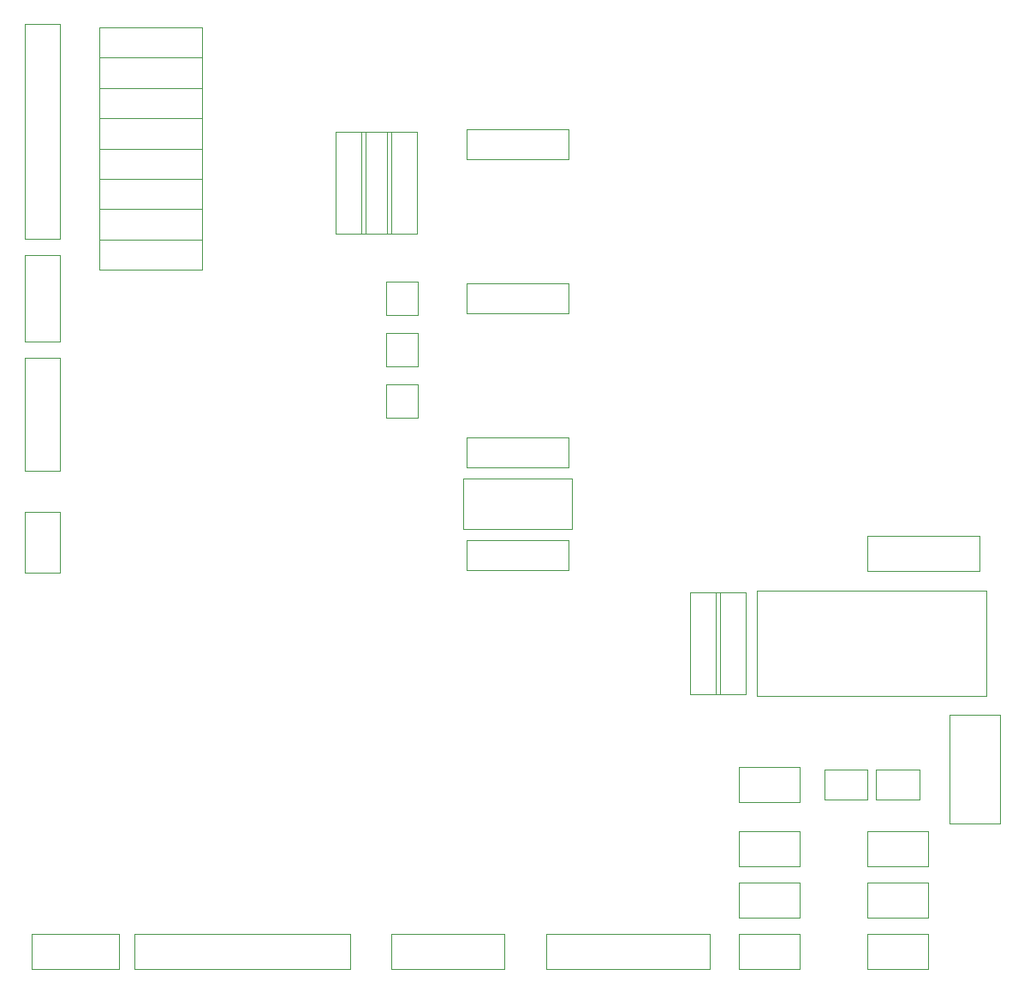
<source format=gbr>
G04 #@! TF.FileFunction,Other,User*
%FSLAX46Y46*%
G04 Gerber Fmt 4.6, Leading zero omitted, Abs format (unit mm)*
G04 Created by KiCad (PCBNEW 4.0.2+dfsg1-stable) date 2019年09月16日 21時23分18秒*
%MOMM*%
G01*
G04 APERTURE LIST*
%ADD10C,0.100000*%
%ADD11C,0.050000*%
G04 APERTURE END LIST*
D10*
D11*
X116470000Y-151630000D02*
X112170000Y-151630000D01*
X112170000Y-151630000D02*
X112170000Y-148630000D01*
X112170000Y-148630000D02*
X116470000Y-148630000D01*
X116470000Y-148630000D02*
X116470000Y-151630000D01*
X107050000Y-148630000D02*
X111350000Y-148630000D01*
X111350000Y-148630000D02*
X111350000Y-151630000D01*
X111350000Y-151630000D02*
X107050000Y-151630000D01*
X107050000Y-151630000D02*
X107050000Y-148630000D01*
X111280000Y-159810000D02*
X111280000Y-163310000D01*
X117330000Y-159810000D02*
X117330000Y-163310000D01*
X111280000Y-159810000D02*
X117330000Y-159810000D01*
X111280000Y-163310000D02*
X117330000Y-163310000D01*
X111280000Y-164890000D02*
X111280000Y-168390000D01*
X117330000Y-164890000D02*
X117330000Y-168390000D01*
X111280000Y-164890000D02*
X117330000Y-164890000D01*
X111280000Y-168390000D02*
X117330000Y-168390000D01*
X111280000Y-154730000D02*
X111280000Y-158230000D01*
X117330000Y-154730000D02*
X117330000Y-158230000D01*
X111280000Y-154730000D02*
X117330000Y-154730000D01*
X111280000Y-158230000D02*
X117330000Y-158230000D01*
X104620000Y-151880000D02*
X104620000Y-148380000D01*
X98570000Y-151880000D02*
X98570000Y-148380000D01*
X104620000Y-151880000D02*
X98570000Y-151880000D01*
X104620000Y-148380000D02*
X98570000Y-148380000D01*
X104620000Y-158230000D02*
X104620000Y-154730000D01*
X98570000Y-158230000D02*
X98570000Y-154730000D01*
X104620000Y-158230000D02*
X98570000Y-158230000D01*
X104620000Y-154730000D02*
X98570000Y-154730000D01*
X104620000Y-163310000D02*
X104620000Y-159810000D01*
X98570000Y-163310000D02*
X98570000Y-159810000D01*
X104620000Y-163310000D02*
X98570000Y-163310000D01*
X104620000Y-159810000D02*
X98570000Y-159810000D01*
X104620000Y-168390000D02*
X104620000Y-164890000D01*
X98570000Y-168390000D02*
X98570000Y-164890000D01*
X104620000Y-168390000D02*
X98570000Y-168390000D01*
X104620000Y-164890000D02*
X98570000Y-164890000D01*
X111280000Y-125520000D02*
X111280000Y-129020000D01*
X122430000Y-125520000D02*
X122430000Y-129020000D01*
X111280000Y-125520000D02*
X122430000Y-125520000D01*
X111280000Y-129020000D02*
X122430000Y-129020000D01*
X95730000Y-168390000D02*
X95730000Y-164890000D01*
X79530000Y-168390000D02*
X79530000Y-164890000D01*
X95730000Y-168390000D02*
X79530000Y-168390000D01*
X95730000Y-164890000D02*
X79530000Y-164890000D01*
X60170000Y-168390000D02*
X60170000Y-164890000D01*
X38870000Y-168390000D02*
X38870000Y-164890000D01*
X60170000Y-168390000D02*
X38870000Y-168390000D01*
X60170000Y-164890000D02*
X38870000Y-164890000D01*
X75410000Y-168390000D02*
X75410000Y-164890000D01*
X64260000Y-168390000D02*
X64260000Y-164890000D01*
X75410000Y-168390000D02*
X64260000Y-168390000D01*
X75410000Y-164890000D02*
X64260000Y-164890000D01*
X37310000Y-168390000D02*
X37310000Y-164890000D01*
X28710000Y-168390000D02*
X28710000Y-164890000D01*
X37310000Y-168390000D02*
X28710000Y-168390000D01*
X37310000Y-164890000D02*
X28710000Y-164890000D01*
X31480000Y-123160000D02*
X27980000Y-123160000D01*
X31480000Y-129210000D02*
X27980000Y-129210000D01*
X31480000Y-123160000D02*
X31480000Y-129210000D01*
X27980000Y-123160000D02*
X27980000Y-129210000D01*
X31480000Y-97760000D02*
X27980000Y-97760000D01*
X31480000Y-106360000D02*
X27980000Y-106360000D01*
X31480000Y-97760000D02*
X31480000Y-106360000D01*
X27980000Y-97760000D02*
X27980000Y-106360000D01*
X27980000Y-96180000D02*
X31480000Y-96180000D01*
X27980000Y-74880000D02*
X31480000Y-74880000D01*
X27980000Y-96180000D02*
X27980000Y-74880000D01*
X31480000Y-96180000D02*
X31480000Y-74880000D01*
X31480000Y-107920000D02*
X27980000Y-107920000D01*
X31480000Y-119070000D02*
X27980000Y-119070000D01*
X31480000Y-107920000D02*
X31480000Y-119070000D01*
X27980000Y-107920000D02*
X27980000Y-119070000D01*
X63690000Y-113860000D02*
X63690000Y-110560000D01*
X63690000Y-110560000D02*
X66890000Y-110560000D01*
X66890000Y-110560000D02*
X66890000Y-113860000D01*
X66890000Y-113860000D02*
X63690000Y-113860000D01*
X63690000Y-108780000D02*
X63690000Y-105480000D01*
X63690000Y-105480000D02*
X66890000Y-105480000D01*
X66890000Y-105480000D02*
X66890000Y-108780000D01*
X66890000Y-108780000D02*
X63690000Y-108780000D01*
X63690000Y-103700000D02*
X63690000Y-100400000D01*
X63690000Y-100400000D02*
X66890000Y-100400000D01*
X66890000Y-100400000D02*
X66890000Y-103700000D01*
X66890000Y-103700000D02*
X63690000Y-103700000D01*
X96290000Y-141220000D02*
X96290000Y-131120000D01*
X99290000Y-141220000D02*
X96290000Y-141220000D01*
X96290000Y-131120000D02*
X99290000Y-131120000D01*
X99290000Y-141220000D02*
X99290000Y-131120000D01*
X96750000Y-131100000D02*
X96750000Y-141200000D01*
X93750000Y-131100000D02*
X96750000Y-131100000D01*
X96750000Y-141200000D02*
X93750000Y-141200000D01*
X93750000Y-131100000D02*
X93750000Y-141200000D01*
X45500000Y-78240000D02*
X35400000Y-78240000D01*
X45500000Y-75240000D02*
X45500000Y-78240000D01*
X35400000Y-78240000D02*
X35400000Y-75240000D01*
X45500000Y-75240000D02*
X35400000Y-75240000D01*
X45500000Y-81240000D02*
X35400000Y-81240000D01*
X45500000Y-78240000D02*
X45500000Y-81240000D01*
X35400000Y-81240000D02*
X35400000Y-78240000D01*
X45500000Y-78240000D02*
X35400000Y-78240000D01*
X45500000Y-84240000D02*
X35400000Y-84240000D01*
X45500000Y-81240000D02*
X45500000Y-84240000D01*
X35400000Y-84240000D02*
X35400000Y-81240000D01*
X45500000Y-81240000D02*
X35400000Y-81240000D01*
X45500000Y-87240000D02*
X35400000Y-87240000D01*
X45500000Y-84240000D02*
X45500000Y-87240000D01*
X35400000Y-87240000D02*
X35400000Y-84240000D01*
X45500000Y-84240000D02*
X35400000Y-84240000D01*
X45500000Y-90240000D02*
X35400000Y-90240000D01*
X45500000Y-87240000D02*
X45500000Y-90240000D01*
X35400000Y-90240000D02*
X35400000Y-87240000D01*
X45500000Y-87240000D02*
X35400000Y-87240000D01*
X58710000Y-95680000D02*
X58710000Y-85580000D01*
X61710000Y-95680000D02*
X58710000Y-95680000D01*
X58710000Y-85580000D02*
X61710000Y-85580000D01*
X61710000Y-95680000D02*
X61710000Y-85580000D01*
X45500000Y-93240000D02*
X35400000Y-93240000D01*
X45500000Y-90240000D02*
X45500000Y-93240000D01*
X35400000Y-93240000D02*
X35400000Y-90240000D01*
X45500000Y-90240000D02*
X35400000Y-90240000D01*
X45500000Y-96240000D02*
X35400000Y-96240000D01*
X45500000Y-93240000D02*
X45500000Y-96240000D01*
X35400000Y-96240000D02*
X35400000Y-93240000D01*
X45500000Y-93240000D02*
X35400000Y-93240000D01*
X45500000Y-99240000D02*
X35400000Y-99240000D01*
X45500000Y-96240000D02*
X45500000Y-99240000D01*
X35400000Y-99240000D02*
X35400000Y-96240000D01*
X45500000Y-96240000D02*
X35400000Y-96240000D01*
X61250000Y-95680000D02*
X61250000Y-85580000D01*
X64250000Y-95680000D02*
X61250000Y-95680000D01*
X61250000Y-85580000D02*
X64250000Y-85580000D01*
X64250000Y-95680000D02*
X64250000Y-85580000D01*
X81780000Y-128950000D02*
X71680000Y-128950000D01*
X81780000Y-125950000D02*
X81780000Y-128950000D01*
X71680000Y-128950000D02*
X71680000Y-125950000D01*
X81780000Y-125950000D02*
X71680000Y-125950000D01*
X81780000Y-118790000D02*
X71680000Y-118790000D01*
X81780000Y-115790000D02*
X81780000Y-118790000D01*
X71680000Y-118790000D02*
X71680000Y-115790000D01*
X81780000Y-115790000D02*
X71680000Y-115790000D01*
X81780000Y-103550000D02*
X71680000Y-103550000D01*
X81780000Y-100550000D02*
X81780000Y-103550000D01*
X71680000Y-103550000D02*
X71680000Y-100550000D01*
X81780000Y-100550000D02*
X71680000Y-100550000D01*
X81780000Y-88310000D02*
X71680000Y-88310000D01*
X81780000Y-85310000D02*
X81780000Y-88310000D01*
X71680000Y-88310000D02*
X71680000Y-85310000D01*
X81780000Y-85310000D02*
X71680000Y-85310000D01*
X63790000Y-95680000D02*
X63790000Y-85580000D01*
X66790000Y-95680000D02*
X63790000Y-95680000D01*
X63790000Y-85580000D02*
X66790000Y-85580000D01*
X66790000Y-95680000D02*
X66790000Y-85580000D01*
X71360000Y-124870000D02*
X71360000Y-119870000D01*
X71360000Y-119870000D02*
X82060000Y-119870000D01*
X82060000Y-119870000D02*
X82060000Y-124870000D01*
X82060000Y-124870000D02*
X71360000Y-124870000D01*
X123100000Y-130950000D02*
X100400000Y-130950000D01*
X123100000Y-141350000D02*
X100400000Y-141350000D01*
X123100000Y-130950000D02*
X123100000Y-141350000D01*
X100400000Y-130950000D02*
X100400000Y-141350000D01*
X124420000Y-153950000D02*
X119420000Y-153950000D01*
X119420000Y-153950000D02*
X119420000Y-143250000D01*
X119420000Y-143250000D02*
X124420000Y-143250000D01*
X124420000Y-143250000D02*
X124420000Y-153950000D01*
M02*

</source>
